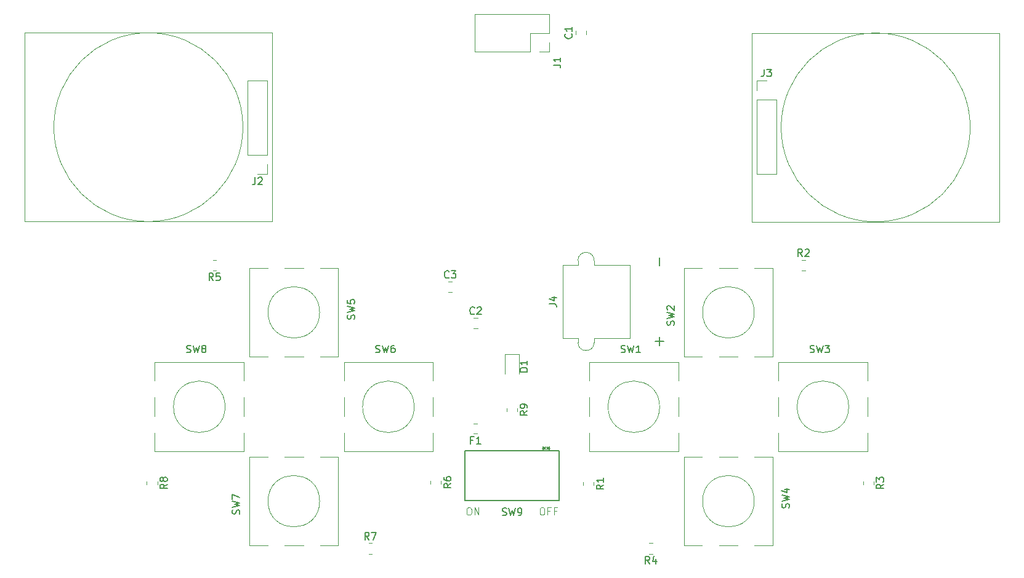
<source format=gbr>
%TF.GenerationSoftware,KiCad,Pcbnew,9.0.2*%
%TF.CreationDate,2025-08-18T15:30:27-04:00*%
%TF.ProjectId,Controller_Simple,436f6e74-726f-46c6-9c65-725f53696d70,rev?*%
%TF.SameCoordinates,Original*%
%TF.FileFunction,Legend,Top*%
%TF.FilePolarity,Positive*%
%FSLAX46Y46*%
G04 Gerber Fmt 4.6, Leading zero omitted, Abs format (unit mm)*
G04 Created by KiCad (PCBNEW 9.0.2) date 2025-08-18 15:30:27*
%MOMM*%
%LPD*%
G01*
G04 APERTURE LIST*
%ADD10C,0.100000*%
%ADD11C,0.125000*%
%ADD12C,0.150000*%
%ADD13C,0.120000*%
%ADD14C,0.152400*%
G04 APERTURE END LIST*
D10*
X103994360Y-91872419D02*
X104184836Y-91872419D01*
X104184836Y-91872419D02*
X104280074Y-91920038D01*
X104280074Y-91920038D02*
X104375312Y-92015276D01*
X104375312Y-92015276D02*
X104422931Y-92205752D01*
X104422931Y-92205752D02*
X104422931Y-92539085D01*
X104422931Y-92539085D02*
X104375312Y-92729561D01*
X104375312Y-92729561D02*
X104280074Y-92824800D01*
X104280074Y-92824800D02*
X104184836Y-92872419D01*
X104184836Y-92872419D02*
X103994360Y-92872419D01*
X103994360Y-92872419D02*
X103899122Y-92824800D01*
X103899122Y-92824800D02*
X103803884Y-92729561D01*
X103803884Y-92729561D02*
X103756265Y-92539085D01*
X103756265Y-92539085D02*
X103756265Y-92205752D01*
X103756265Y-92205752D02*
X103803884Y-92015276D01*
X103803884Y-92015276D02*
X103899122Y-91920038D01*
X103899122Y-91920038D02*
X103994360Y-91872419D01*
X104851503Y-92872419D02*
X104851503Y-91872419D01*
X104851503Y-91872419D02*
X105422931Y-92872419D01*
X105422931Y-92872419D02*
X105422931Y-91872419D01*
D11*
X114047619Y-91871119D02*
X114238095Y-91871119D01*
X114238095Y-91871119D02*
X114333333Y-91918738D01*
X114333333Y-91918738D02*
X114428571Y-92013976D01*
X114428571Y-92013976D02*
X114476190Y-92204452D01*
X114476190Y-92204452D02*
X114476190Y-92537785D01*
X114476190Y-92537785D02*
X114428571Y-92728261D01*
X114428571Y-92728261D02*
X114333333Y-92823500D01*
X114333333Y-92823500D02*
X114238095Y-92871119D01*
X114238095Y-92871119D02*
X114047619Y-92871119D01*
X114047619Y-92871119D02*
X113952381Y-92823500D01*
X113952381Y-92823500D02*
X113857143Y-92728261D01*
X113857143Y-92728261D02*
X113809524Y-92537785D01*
X113809524Y-92537785D02*
X113809524Y-92204452D01*
X113809524Y-92204452D02*
X113857143Y-92013976D01*
X113857143Y-92013976D02*
X113952381Y-91918738D01*
X113952381Y-91918738D02*
X114047619Y-91871119D01*
X115238095Y-92347309D02*
X114904762Y-92347309D01*
X114904762Y-92871119D02*
X114904762Y-91871119D01*
X114904762Y-91871119D02*
X115380952Y-91871119D01*
X116095238Y-92347309D02*
X115761905Y-92347309D01*
X115761905Y-92871119D02*
X115761905Y-91871119D01*
X115761905Y-91871119D02*
X116238095Y-91871119D01*
D12*
X62604819Y-88666666D02*
X62128628Y-88999999D01*
X62604819Y-89238094D02*
X61604819Y-89238094D01*
X61604819Y-89238094D02*
X61604819Y-88857142D01*
X61604819Y-88857142D02*
X61652438Y-88761904D01*
X61652438Y-88761904D02*
X61700057Y-88714285D01*
X61700057Y-88714285D02*
X61795295Y-88666666D01*
X61795295Y-88666666D02*
X61938152Y-88666666D01*
X61938152Y-88666666D02*
X62033390Y-88714285D01*
X62033390Y-88714285D02*
X62081009Y-88761904D01*
X62081009Y-88761904D02*
X62128628Y-88857142D01*
X62128628Y-88857142D02*
X62128628Y-89238094D01*
X62033390Y-88095237D02*
X61985771Y-88190475D01*
X61985771Y-88190475D02*
X61938152Y-88238094D01*
X61938152Y-88238094D02*
X61842914Y-88285713D01*
X61842914Y-88285713D02*
X61795295Y-88285713D01*
X61795295Y-88285713D02*
X61700057Y-88238094D01*
X61700057Y-88238094D02*
X61652438Y-88190475D01*
X61652438Y-88190475D02*
X61604819Y-88095237D01*
X61604819Y-88095237D02*
X61604819Y-87904761D01*
X61604819Y-87904761D02*
X61652438Y-87809523D01*
X61652438Y-87809523D02*
X61700057Y-87761904D01*
X61700057Y-87761904D02*
X61795295Y-87714285D01*
X61795295Y-87714285D02*
X61842914Y-87714285D01*
X61842914Y-87714285D02*
X61938152Y-87761904D01*
X61938152Y-87761904D02*
X61985771Y-87809523D01*
X61985771Y-87809523D02*
X62033390Y-87904761D01*
X62033390Y-87904761D02*
X62033390Y-88095237D01*
X62033390Y-88095237D02*
X62081009Y-88190475D01*
X62081009Y-88190475D02*
X62128628Y-88238094D01*
X62128628Y-88238094D02*
X62223866Y-88285713D01*
X62223866Y-88285713D02*
X62414342Y-88285713D01*
X62414342Y-88285713D02*
X62509580Y-88238094D01*
X62509580Y-88238094D02*
X62557200Y-88190475D01*
X62557200Y-88190475D02*
X62604819Y-88095237D01*
X62604819Y-88095237D02*
X62604819Y-87904761D01*
X62604819Y-87904761D02*
X62557200Y-87809523D01*
X62557200Y-87809523D02*
X62509580Y-87761904D01*
X62509580Y-87761904D02*
X62414342Y-87714285D01*
X62414342Y-87714285D02*
X62223866Y-87714285D01*
X62223866Y-87714285D02*
X62128628Y-87761904D01*
X62128628Y-87761904D02*
X62081009Y-87809523D01*
X62081009Y-87809523D02*
X62033390Y-87904761D01*
X88317200Y-65913332D02*
X88364819Y-65770475D01*
X88364819Y-65770475D02*
X88364819Y-65532380D01*
X88364819Y-65532380D02*
X88317200Y-65437142D01*
X88317200Y-65437142D02*
X88269580Y-65389523D01*
X88269580Y-65389523D02*
X88174342Y-65341904D01*
X88174342Y-65341904D02*
X88079104Y-65341904D01*
X88079104Y-65341904D02*
X87983866Y-65389523D01*
X87983866Y-65389523D02*
X87936247Y-65437142D01*
X87936247Y-65437142D02*
X87888628Y-65532380D01*
X87888628Y-65532380D02*
X87841009Y-65722856D01*
X87841009Y-65722856D02*
X87793390Y-65818094D01*
X87793390Y-65818094D02*
X87745771Y-65865713D01*
X87745771Y-65865713D02*
X87650533Y-65913332D01*
X87650533Y-65913332D02*
X87555295Y-65913332D01*
X87555295Y-65913332D02*
X87460057Y-65865713D01*
X87460057Y-65865713D02*
X87412438Y-65818094D01*
X87412438Y-65818094D02*
X87364819Y-65722856D01*
X87364819Y-65722856D02*
X87364819Y-65484761D01*
X87364819Y-65484761D02*
X87412438Y-65341904D01*
X87364819Y-65008570D02*
X88364819Y-64770475D01*
X88364819Y-64770475D02*
X87650533Y-64579999D01*
X87650533Y-64579999D02*
X88364819Y-64389523D01*
X88364819Y-64389523D02*
X87364819Y-64151428D01*
X87364819Y-63294285D02*
X87364819Y-63770475D01*
X87364819Y-63770475D02*
X87841009Y-63818094D01*
X87841009Y-63818094D02*
X87793390Y-63770475D01*
X87793390Y-63770475D02*
X87745771Y-63675237D01*
X87745771Y-63675237D02*
X87745771Y-63437142D01*
X87745771Y-63437142D02*
X87793390Y-63341904D01*
X87793390Y-63341904D02*
X87841009Y-63294285D01*
X87841009Y-63294285D02*
X87936247Y-63246666D01*
X87936247Y-63246666D02*
X88174342Y-63246666D01*
X88174342Y-63246666D02*
X88269580Y-63294285D01*
X88269580Y-63294285D02*
X88317200Y-63341904D01*
X88317200Y-63341904D02*
X88364819Y-63437142D01*
X88364819Y-63437142D02*
X88364819Y-63675237D01*
X88364819Y-63675237D02*
X88317200Y-63770475D01*
X88317200Y-63770475D02*
X88269580Y-63818094D01*
X128920833Y-99604819D02*
X128587500Y-99128628D01*
X128349405Y-99604819D02*
X128349405Y-98604819D01*
X128349405Y-98604819D02*
X128730357Y-98604819D01*
X128730357Y-98604819D02*
X128825595Y-98652438D01*
X128825595Y-98652438D02*
X128873214Y-98700057D01*
X128873214Y-98700057D02*
X128920833Y-98795295D01*
X128920833Y-98795295D02*
X128920833Y-98938152D01*
X128920833Y-98938152D02*
X128873214Y-99033390D01*
X128873214Y-99033390D02*
X128825595Y-99081009D01*
X128825595Y-99081009D02*
X128730357Y-99128628D01*
X128730357Y-99128628D02*
X128349405Y-99128628D01*
X129777976Y-98938152D02*
X129777976Y-99604819D01*
X129539881Y-98557200D02*
X129301786Y-99271485D01*
X129301786Y-99271485D02*
X129920833Y-99271485D01*
X148067200Y-91913332D02*
X148114819Y-91770475D01*
X148114819Y-91770475D02*
X148114819Y-91532380D01*
X148114819Y-91532380D02*
X148067200Y-91437142D01*
X148067200Y-91437142D02*
X148019580Y-91389523D01*
X148019580Y-91389523D02*
X147924342Y-91341904D01*
X147924342Y-91341904D02*
X147829104Y-91341904D01*
X147829104Y-91341904D02*
X147733866Y-91389523D01*
X147733866Y-91389523D02*
X147686247Y-91437142D01*
X147686247Y-91437142D02*
X147638628Y-91532380D01*
X147638628Y-91532380D02*
X147591009Y-91722856D01*
X147591009Y-91722856D02*
X147543390Y-91818094D01*
X147543390Y-91818094D02*
X147495771Y-91865713D01*
X147495771Y-91865713D02*
X147400533Y-91913332D01*
X147400533Y-91913332D02*
X147305295Y-91913332D01*
X147305295Y-91913332D02*
X147210057Y-91865713D01*
X147210057Y-91865713D02*
X147162438Y-91818094D01*
X147162438Y-91818094D02*
X147114819Y-91722856D01*
X147114819Y-91722856D02*
X147114819Y-91484761D01*
X147114819Y-91484761D02*
X147162438Y-91341904D01*
X147114819Y-91008570D02*
X148114819Y-90770475D01*
X148114819Y-90770475D02*
X147400533Y-90579999D01*
X147400533Y-90579999D02*
X148114819Y-90389523D01*
X148114819Y-90389523D02*
X147114819Y-90151428D01*
X147448152Y-89341904D02*
X148114819Y-89341904D01*
X147067200Y-89579999D02*
X147781485Y-89818094D01*
X147781485Y-89818094D02*
X147781485Y-89199047D01*
X65246667Y-70497200D02*
X65389524Y-70544819D01*
X65389524Y-70544819D02*
X65627619Y-70544819D01*
X65627619Y-70544819D02*
X65722857Y-70497200D01*
X65722857Y-70497200D02*
X65770476Y-70449580D01*
X65770476Y-70449580D02*
X65818095Y-70354342D01*
X65818095Y-70354342D02*
X65818095Y-70259104D01*
X65818095Y-70259104D02*
X65770476Y-70163866D01*
X65770476Y-70163866D02*
X65722857Y-70116247D01*
X65722857Y-70116247D02*
X65627619Y-70068628D01*
X65627619Y-70068628D02*
X65437143Y-70021009D01*
X65437143Y-70021009D02*
X65341905Y-69973390D01*
X65341905Y-69973390D02*
X65294286Y-69925771D01*
X65294286Y-69925771D02*
X65246667Y-69830533D01*
X65246667Y-69830533D02*
X65246667Y-69735295D01*
X65246667Y-69735295D02*
X65294286Y-69640057D01*
X65294286Y-69640057D02*
X65341905Y-69592438D01*
X65341905Y-69592438D02*
X65437143Y-69544819D01*
X65437143Y-69544819D02*
X65675238Y-69544819D01*
X65675238Y-69544819D02*
X65818095Y-69592438D01*
X66151429Y-69544819D02*
X66389524Y-70544819D01*
X66389524Y-70544819D02*
X66580000Y-69830533D01*
X66580000Y-69830533D02*
X66770476Y-70544819D01*
X66770476Y-70544819D02*
X67008572Y-69544819D01*
X67532381Y-69973390D02*
X67437143Y-69925771D01*
X67437143Y-69925771D02*
X67389524Y-69878152D01*
X67389524Y-69878152D02*
X67341905Y-69782914D01*
X67341905Y-69782914D02*
X67341905Y-69735295D01*
X67341905Y-69735295D02*
X67389524Y-69640057D01*
X67389524Y-69640057D02*
X67437143Y-69592438D01*
X67437143Y-69592438D02*
X67532381Y-69544819D01*
X67532381Y-69544819D02*
X67722857Y-69544819D01*
X67722857Y-69544819D02*
X67818095Y-69592438D01*
X67818095Y-69592438D02*
X67865714Y-69640057D01*
X67865714Y-69640057D02*
X67913333Y-69735295D01*
X67913333Y-69735295D02*
X67913333Y-69782914D01*
X67913333Y-69782914D02*
X67865714Y-69878152D01*
X67865714Y-69878152D02*
X67818095Y-69925771D01*
X67818095Y-69925771D02*
X67722857Y-69973390D01*
X67722857Y-69973390D02*
X67532381Y-69973390D01*
X67532381Y-69973390D02*
X67437143Y-70021009D01*
X67437143Y-70021009D02*
X67389524Y-70068628D01*
X67389524Y-70068628D02*
X67341905Y-70163866D01*
X67341905Y-70163866D02*
X67341905Y-70354342D01*
X67341905Y-70354342D02*
X67389524Y-70449580D01*
X67389524Y-70449580D02*
X67437143Y-70497200D01*
X67437143Y-70497200D02*
X67532381Y-70544819D01*
X67532381Y-70544819D02*
X67722857Y-70544819D01*
X67722857Y-70544819D02*
X67818095Y-70497200D01*
X67818095Y-70497200D02*
X67865714Y-70449580D01*
X67865714Y-70449580D02*
X67913333Y-70354342D01*
X67913333Y-70354342D02*
X67913333Y-70163866D01*
X67913333Y-70163866D02*
X67865714Y-70068628D01*
X67865714Y-70068628D02*
X67818095Y-70021009D01*
X67818095Y-70021009D02*
X67722857Y-69973390D01*
X104833333Y-65179580D02*
X104785714Y-65227200D01*
X104785714Y-65227200D02*
X104642857Y-65274819D01*
X104642857Y-65274819D02*
X104547619Y-65274819D01*
X104547619Y-65274819D02*
X104404762Y-65227200D01*
X104404762Y-65227200D02*
X104309524Y-65131961D01*
X104309524Y-65131961D02*
X104261905Y-65036723D01*
X104261905Y-65036723D02*
X104214286Y-64846247D01*
X104214286Y-64846247D02*
X104214286Y-64703390D01*
X104214286Y-64703390D02*
X104261905Y-64512914D01*
X104261905Y-64512914D02*
X104309524Y-64417676D01*
X104309524Y-64417676D02*
X104404762Y-64322438D01*
X104404762Y-64322438D02*
X104547619Y-64274819D01*
X104547619Y-64274819D02*
X104642857Y-64274819D01*
X104642857Y-64274819D02*
X104785714Y-64322438D01*
X104785714Y-64322438D02*
X104833333Y-64370057D01*
X105214286Y-64370057D02*
X105261905Y-64322438D01*
X105261905Y-64322438D02*
X105357143Y-64274819D01*
X105357143Y-64274819D02*
X105595238Y-64274819D01*
X105595238Y-64274819D02*
X105690476Y-64322438D01*
X105690476Y-64322438D02*
X105738095Y-64370057D01*
X105738095Y-64370057D02*
X105785714Y-64465295D01*
X105785714Y-64465295D02*
X105785714Y-64560533D01*
X105785714Y-64560533D02*
X105738095Y-64703390D01*
X105738095Y-64703390D02*
X105166667Y-65274819D01*
X105166667Y-65274819D02*
X105785714Y-65274819D01*
X101333333Y-60179580D02*
X101285714Y-60227200D01*
X101285714Y-60227200D02*
X101142857Y-60274819D01*
X101142857Y-60274819D02*
X101047619Y-60274819D01*
X101047619Y-60274819D02*
X100904762Y-60227200D01*
X100904762Y-60227200D02*
X100809524Y-60131961D01*
X100809524Y-60131961D02*
X100761905Y-60036723D01*
X100761905Y-60036723D02*
X100714286Y-59846247D01*
X100714286Y-59846247D02*
X100714286Y-59703390D01*
X100714286Y-59703390D02*
X100761905Y-59512914D01*
X100761905Y-59512914D02*
X100809524Y-59417676D01*
X100809524Y-59417676D02*
X100904762Y-59322438D01*
X100904762Y-59322438D02*
X101047619Y-59274819D01*
X101047619Y-59274819D02*
X101142857Y-59274819D01*
X101142857Y-59274819D02*
X101285714Y-59322438D01*
X101285714Y-59322438D02*
X101333333Y-59370057D01*
X101666667Y-59274819D02*
X102285714Y-59274819D01*
X102285714Y-59274819D02*
X101952381Y-59655771D01*
X101952381Y-59655771D02*
X102095238Y-59655771D01*
X102095238Y-59655771D02*
X102190476Y-59703390D01*
X102190476Y-59703390D02*
X102238095Y-59751009D01*
X102238095Y-59751009D02*
X102285714Y-59846247D01*
X102285714Y-59846247D02*
X102285714Y-60084342D01*
X102285714Y-60084342D02*
X102238095Y-60179580D01*
X102238095Y-60179580D02*
X102190476Y-60227200D01*
X102190476Y-60227200D02*
X102095238Y-60274819D01*
X102095238Y-60274819D02*
X101809524Y-60274819D01*
X101809524Y-60274819D02*
X101714286Y-60227200D01*
X101714286Y-60227200D02*
X101666667Y-60179580D01*
X91246667Y-70497200D02*
X91389524Y-70544819D01*
X91389524Y-70544819D02*
X91627619Y-70544819D01*
X91627619Y-70544819D02*
X91722857Y-70497200D01*
X91722857Y-70497200D02*
X91770476Y-70449580D01*
X91770476Y-70449580D02*
X91818095Y-70354342D01*
X91818095Y-70354342D02*
X91818095Y-70259104D01*
X91818095Y-70259104D02*
X91770476Y-70163866D01*
X91770476Y-70163866D02*
X91722857Y-70116247D01*
X91722857Y-70116247D02*
X91627619Y-70068628D01*
X91627619Y-70068628D02*
X91437143Y-70021009D01*
X91437143Y-70021009D02*
X91341905Y-69973390D01*
X91341905Y-69973390D02*
X91294286Y-69925771D01*
X91294286Y-69925771D02*
X91246667Y-69830533D01*
X91246667Y-69830533D02*
X91246667Y-69735295D01*
X91246667Y-69735295D02*
X91294286Y-69640057D01*
X91294286Y-69640057D02*
X91341905Y-69592438D01*
X91341905Y-69592438D02*
X91437143Y-69544819D01*
X91437143Y-69544819D02*
X91675238Y-69544819D01*
X91675238Y-69544819D02*
X91818095Y-69592438D01*
X92151429Y-69544819D02*
X92389524Y-70544819D01*
X92389524Y-70544819D02*
X92580000Y-69830533D01*
X92580000Y-69830533D02*
X92770476Y-70544819D01*
X92770476Y-70544819D02*
X93008572Y-69544819D01*
X93818095Y-69544819D02*
X93627619Y-69544819D01*
X93627619Y-69544819D02*
X93532381Y-69592438D01*
X93532381Y-69592438D02*
X93484762Y-69640057D01*
X93484762Y-69640057D02*
X93389524Y-69782914D01*
X93389524Y-69782914D02*
X93341905Y-69973390D01*
X93341905Y-69973390D02*
X93341905Y-70354342D01*
X93341905Y-70354342D02*
X93389524Y-70449580D01*
X93389524Y-70449580D02*
X93437143Y-70497200D01*
X93437143Y-70497200D02*
X93532381Y-70544819D01*
X93532381Y-70544819D02*
X93722857Y-70544819D01*
X93722857Y-70544819D02*
X93818095Y-70497200D01*
X93818095Y-70497200D02*
X93865714Y-70449580D01*
X93865714Y-70449580D02*
X93913333Y-70354342D01*
X93913333Y-70354342D02*
X93913333Y-70116247D01*
X93913333Y-70116247D02*
X93865714Y-70021009D01*
X93865714Y-70021009D02*
X93818095Y-69973390D01*
X93818095Y-69973390D02*
X93722857Y-69925771D01*
X93722857Y-69925771D02*
X93532381Y-69925771D01*
X93532381Y-69925771D02*
X93437143Y-69973390D01*
X93437143Y-69973390D02*
X93389524Y-70021009D01*
X93389524Y-70021009D02*
X93341905Y-70116247D01*
X132247200Y-66753332D02*
X132294819Y-66610475D01*
X132294819Y-66610475D02*
X132294819Y-66372380D01*
X132294819Y-66372380D02*
X132247200Y-66277142D01*
X132247200Y-66277142D02*
X132199580Y-66229523D01*
X132199580Y-66229523D02*
X132104342Y-66181904D01*
X132104342Y-66181904D02*
X132009104Y-66181904D01*
X132009104Y-66181904D02*
X131913866Y-66229523D01*
X131913866Y-66229523D02*
X131866247Y-66277142D01*
X131866247Y-66277142D02*
X131818628Y-66372380D01*
X131818628Y-66372380D02*
X131771009Y-66562856D01*
X131771009Y-66562856D02*
X131723390Y-66658094D01*
X131723390Y-66658094D02*
X131675771Y-66705713D01*
X131675771Y-66705713D02*
X131580533Y-66753332D01*
X131580533Y-66753332D02*
X131485295Y-66753332D01*
X131485295Y-66753332D02*
X131390057Y-66705713D01*
X131390057Y-66705713D02*
X131342438Y-66658094D01*
X131342438Y-66658094D02*
X131294819Y-66562856D01*
X131294819Y-66562856D02*
X131294819Y-66324761D01*
X131294819Y-66324761D02*
X131342438Y-66181904D01*
X131294819Y-65848570D02*
X132294819Y-65610475D01*
X132294819Y-65610475D02*
X131580533Y-65419999D01*
X131580533Y-65419999D02*
X132294819Y-65229523D01*
X132294819Y-65229523D02*
X131294819Y-64991428D01*
X131390057Y-64658094D02*
X131342438Y-64610475D01*
X131342438Y-64610475D02*
X131294819Y-64515237D01*
X131294819Y-64515237D02*
X131294819Y-64277142D01*
X131294819Y-64277142D02*
X131342438Y-64181904D01*
X131342438Y-64181904D02*
X131390057Y-64134285D01*
X131390057Y-64134285D02*
X131485295Y-64086666D01*
X131485295Y-64086666D02*
X131580533Y-64086666D01*
X131580533Y-64086666D02*
X131723390Y-64134285D01*
X131723390Y-64134285D02*
X132294819Y-64705713D01*
X132294819Y-64705713D02*
X132294819Y-64086666D01*
X118179580Y-26666666D02*
X118227200Y-26714285D01*
X118227200Y-26714285D02*
X118274819Y-26857142D01*
X118274819Y-26857142D02*
X118274819Y-26952380D01*
X118274819Y-26952380D02*
X118227200Y-27095237D01*
X118227200Y-27095237D02*
X118131961Y-27190475D01*
X118131961Y-27190475D02*
X118036723Y-27238094D01*
X118036723Y-27238094D02*
X117846247Y-27285713D01*
X117846247Y-27285713D02*
X117703390Y-27285713D01*
X117703390Y-27285713D02*
X117512914Y-27238094D01*
X117512914Y-27238094D02*
X117417676Y-27190475D01*
X117417676Y-27190475D02*
X117322438Y-27095237D01*
X117322438Y-27095237D02*
X117274819Y-26952380D01*
X117274819Y-26952380D02*
X117274819Y-26857142D01*
X117274819Y-26857142D02*
X117322438Y-26714285D01*
X117322438Y-26714285D02*
X117370057Y-26666666D01*
X118274819Y-25714285D02*
X118274819Y-26285713D01*
X118274819Y-25999999D02*
X117274819Y-25999999D01*
X117274819Y-25999999D02*
X117417676Y-26095237D01*
X117417676Y-26095237D02*
X117512914Y-26190475D01*
X117512914Y-26190475D02*
X117560533Y-26285713D01*
X122604819Y-88754166D02*
X122128628Y-89087499D01*
X122604819Y-89325594D02*
X121604819Y-89325594D01*
X121604819Y-89325594D02*
X121604819Y-88944642D01*
X121604819Y-88944642D02*
X121652438Y-88849404D01*
X121652438Y-88849404D02*
X121700057Y-88801785D01*
X121700057Y-88801785D02*
X121795295Y-88754166D01*
X121795295Y-88754166D02*
X121938152Y-88754166D01*
X121938152Y-88754166D02*
X122033390Y-88801785D01*
X122033390Y-88801785D02*
X122081009Y-88849404D01*
X122081009Y-88849404D02*
X122128628Y-88944642D01*
X122128628Y-88944642D02*
X122128628Y-89325594D01*
X122604819Y-87801785D02*
X122604819Y-88373213D01*
X122604819Y-88087499D02*
X121604819Y-88087499D01*
X121604819Y-88087499D02*
X121747676Y-88182737D01*
X121747676Y-88182737D02*
X121842914Y-88277975D01*
X121842914Y-88277975D02*
X121890533Y-88373213D01*
X161104819Y-88666666D02*
X160628628Y-88999999D01*
X161104819Y-89238094D02*
X160104819Y-89238094D01*
X160104819Y-89238094D02*
X160104819Y-88857142D01*
X160104819Y-88857142D02*
X160152438Y-88761904D01*
X160152438Y-88761904D02*
X160200057Y-88714285D01*
X160200057Y-88714285D02*
X160295295Y-88666666D01*
X160295295Y-88666666D02*
X160438152Y-88666666D01*
X160438152Y-88666666D02*
X160533390Y-88714285D01*
X160533390Y-88714285D02*
X160581009Y-88761904D01*
X160581009Y-88761904D02*
X160628628Y-88857142D01*
X160628628Y-88857142D02*
X160628628Y-89238094D01*
X160104819Y-88333332D02*
X160104819Y-87714285D01*
X160104819Y-87714285D02*
X160485771Y-88047618D01*
X160485771Y-88047618D02*
X160485771Y-87904761D01*
X160485771Y-87904761D02*
X160533390Y-87809523D01*
X160533390Y-87809523D02*
X160581009Y-87761904D01*
X160581009Y-87761904D02*
X160676247Y-87714285D01*
X160676247Y-87714285D02*
X160914342Y-87714285D01*
X160914342Y-87714285D02*
X161009580Y-87761904D01*
X161009580Y-87761904D02*
X161057200Y-87809523D01*
X161057200Y-87809523D02*
X161104819Y-87904761D01*
X161104819Y-87904761D02*
X161104819Y-88190475D01*
X161104819Y-88190475D02*
X161057200Y-88285713D01*
X161057200Y-88285713D02*
X161009580Y-88333332D01*
X115129819Y-63833333D02*
X115844104Y-63833333D01*
X115844104Y-63833333D02*
X115986961Y-63880952D01*
X115986961Y-63880952D02*
X116082200Y-63976190D01*
X116082200Y-63976190D02*
X116129819Y-64119047D01*
X116129819Y-64119047D02*
X116129819Y-64214285D01*
X115463152Y-62928571D02*
X116129819Y-62928571D01*
X115082200Y-63166666D02*
X115796485Y-63404761D01*
X115796485Y-63404761D02*
X115796485Y-62785714D01*
X130289700Y-69571428D02*
X130289700Y-68428571D01*
X130861128Y-68999999D02*
X129718271Y-68999999D01*
X130289700Y-58571428D02*
X130289700Y-57428571D01*
X112104819Y-73175594D02*
X111104819Y-73175594D01*
X111104819Y-73175594D02*
X111104819Y-72937499D01*
X111104819Y-72937499D02*
X111152438Y-72794642D01*
X111152438Y-72794642D02*
X111247676Y-72699404D01*
X111247676Y-72699404D02*
X111342914Y-72651785D01*
X111342914Y-72651785D02*
X111533390Y-72604166D01*
X111533390Y-72604166D02*
X111676247Y-72604166D01*
X111676247Y-72604166D02*
X111866723Y-72651785D01*
X111866723Y-72651785D02*
X111961961Y-72699404D01*
X111961961Y-72699404D02*
X112057200Y-72794642D01*
X112057200Y-72794642D02*
X112104819Y-72937499D01*
X112104819Y-72937499D02*
X112104819Y-73175594D01*
X112104819Y-71651785D02*
X112104819Y-72223213D01*
X112104819Y-71937499D02*
X111104819Y-71937499D01*
X111104819Y-71937499D02*
X111247676Y-72032737D01*
X111247676Y-72032737D02*
X111342914Y-72127975D01*
X111342914Y-72127975D02*
X111390533Y-72223213D01*
X68920833Y-60604819D02*
X68587500Y-60128628D01*
X68349405Y-60604819D02*
X68349405Y-59604819D01*
X68349405Y-59604819D02*
X68730357Y-59604819D01*
X68730357Y-59604819D02*
X68825595Y-59652438D01*
X68825595Y-59652438D02*
X68873214Y-59700057D01*
X68873214Y-59700057D02*
X68920833Y-59795295D01*
X68920833Y-59795295D02*
X68920833Y-59938152D01*
X68920833Y-59938152D02*
X68873214Y-60033390D01*
X68873214Y-60033390D02*
X68825595Y-60081009D01*
X68825595Y-60081009D02*
X68730357Y-60128628D01*
X68730357Y-60128628D02*
X68349405Y-60128628D01*
X69825595Y-59604819D02*
X69349405Y-59604819D01*
X69349405Y-59604819D02*
X69301786Y-60081009D01*
X69301786Y-60081009D02*
X69349405Y-60033390D01*
X69349405Y-60033390D02*
X69444643Y-59985771D01*
X69444643Y-59985771D02*
X69682738Y-59985771D01*
X69682738Y-59985771D02*
X69777976Y-60033390D01*
X69777976Y-60033390D02*
X69825595Y-60081009D01*
X69825595Y-60081009D02*
X69873214Y-60176247D01*
X69873214Y-60176247D02*
X69873214Y-60414342D01*
X69873214Y-60414342D02*
X69825595Y-60509580D01*
X69825595Y-60509580D02*
X69777976Y-60557200D01*
X69777976Y-60557200D02*
X69682738Y-60604819D01*
X69682738Y-60604819D02*
X69444643Y-60604819D01*
X69444643Y-60604819D02*
X69349405Y-60557200D01*
X69349405Y-60557200D02*
X69301786Y-60509580D01*
X144666666Y-31524819D02*
X144666666Y-32239104D01*
X144666666Y-32239104D02*
X144619047Y-32381961D01*
X144619047Y-32381961D02*
X144523809Y-32477200D01*
X144523809Y-32477200D02*
X144380952Y-32524819D01*
X144380952Y-32524819D02*
X144285714Y-32524819D01*
X145047619Y-31524819D02*
X145666666Y-31524819D01*
X145666666Y-31524819D02*
X145333333Y-31905771D01*
X145333333Y-31905771D02*
X145476190Y-31905771D01*
X145476190Y-31905771D02*
X145571428Y-31953390D01*
X145571428Y-31953390D02*
X145619047Y-32001009D01*
X145619047Y-32001009D02*
X145666666Y-32096247D01*
X145666666Y-32096247D02*
X145666666Y-32334342D01*
X145666666Y-32334342D02*
X145619047Y-32429580D01*
X145619047Y-32429580D02*
X145571428Y-32477200D01*
X145571428Y-32477200D02*
X145476190Y-32524819D01*
X145476190Y-32524819D02*
X145190476Y-32524819D01*
X145190476Y-32524819D02*
X145095238Y-32477200D01*
X145095238Y-32477200D02*
X145047619Y-32429580D01*
X74666666Y-46414819D02*
X74666666Y-47129104D01*
X74666666Y-47129104D02*
X74619047Y-47271961D01*
X74619047Y-47271961D02*
X74523809Y-47367200D01*
X74523809Y-47367200D02*
X74380952Y-47414819D01*
X74380952Y-47414819D02*
X74285714Y-47414819D01*
X75095238Y-46510057D02*
X75142857Y-46462438D01*
X75142857Y-46462438D02*
X75238095Y-46414819D01*
X75238095Y-46414819D02*
X75476190Y-46414819D01*
X75476190Y-46414819D02*
X75571428Y-46462438D01*
X75571428Y-46462438D02*
X75619047Y-46510057D01*
X75619047Y-46510057D02*
X75666666Y-46605295D01*
X75666666Y-46605295D02*
X75666666Y-46700533D01*
X75666666Y-46700533D02*
X75619047Y-46843390D01*
X75619047Y-46843390D02*
X75047619Y-47414819D01*
X75047619Y-47414819D02*
X75666666Y-47414819D01*
X115674819Y-30923333D02*
X116389104Y-30923333D01*
X116389104Y-30923333D02*
X116531961Y-30970952D01*
X116531961Y-30970952D02*
X116627200Y-31066190D01*
X116627200Y-31066190D02*
X116674819Y-31209047D01*
X116674819Y-31209047D02*
X116674819Y-31304285D01*
X116674819Y-29923333D02*
X116674819Y-30494761D01*
X116674819Y-30209047D02*
X115674819Y-30209047D01*
X115674819Y-30209047D02*
X115817676Y-30304285D01*
X115817676Y-30304285D02*
X115912914Y-30399523D01*
X115912914Y-30399523D02*
X115960533Y-30494761D01*
X90333333Y-96304819D02*
X90000000Y-95828628D01*
X89761905Y-96304819D02*
X89761905Y-95304819D01*
X89761905Y-95304819D02*
X90142857Y-95304819D01*
X90142857Y-95304819D02*
X90238095Y-95352438D01*
X90238095Y-95352438D02*
X90285714Y-95400057D01*
X90285714Y-95400057D02*
X90333333Y-95495295D01*
X90333333Y-95495295D02*
X90333333Y-95638152D01*
X90333333Y-95638152D02*
X90285714Y-95733390D01*
X90285714Y-95733390D02*
X90238095Y-95781009D01*
X90238095Y-95781009D02*
X90142857Y-95828628D01*
X90142857Y-95828628D02*
X89761905Y-95828628D01*
X90666667Y-95304819D02*
X91333333Y-95304819D01*
X91333333Y-95304819D02*
X90904762Y-96304819D01*
X104641666Y-82581009D02*
X104308333Y-82581009D01*
X104308333Y-83104819D02*
X104308333Y-82104819D01*
X104308333Y-82104819D02*
X104784523Y-82104819D01*
X105689285Y-83104819D02*
X105117857Y-83104819D01*
X105403571Y-83104819D02*
X105403571Y-82104819D01*
X105403571Y-82104819D02*
X105308333Y-82247676D01*
X105308333Y-82247676D02*
X105213095Y-82342914D01*
X105213095Y-82342914D02*
X105117857Y-82390533D01*
X72497200Y-92753332D02*
X72544819Y-92610475D01*
X72544819Y-92610475D02*
X72544819Y-92372380D01*
X72544819Y-92372380D02*
X72497200Y-92277142D01*
X72497200Y-92277142D02*
X72449580Y-92229523D01*
X72449580Y-92229523D02*
X72354342Y-92181904D01*
X72354342Y-92181904D02*
X72259104Y-92181904D01*
X72259104Y-92181904D02*
X72163866Y-92229523D01*
X72163866Y-92229523D02*
X72116247Y-92277142D01*
X72116247Y-92277142D02*
X72068628Y-92372380D01*
X72068628Y-92372380D02*
X72021009Y-92562856D01*
X72021009Y-92562856D02*
X71973390Y-92658094D01*
X71973390Y-92658094D02*
X71925771Y-92705713D01*
X71925771Y-92705713D02*
X71830533Y-92753332D01*
X71830533Y-92753332D02*
X71735295Y-92753332D01*
X71735295Y-92753332D02*
X71640057Y-92705713D01*
X71640057Y-92705713D02*
X71592438Y-92658094D01*
X71592438Y-92658094D02*
X71544819Y-92562856D01*
X71544819Y-92562856D02*
X71544819Y-92324761D01*
X71544819Y-92324761D02*
X71592438Y-92181904D01*
X71544819Y-91848570D02*
X72544819Y-91610475D01*
X72544819Y-91610475D02*
X71830533Y-91419999D01*
X71830533Y-91419999D02*
X72544819Y-91229523D01*
X72544819Y-91229523D02*
X71544819Y-90991428D01*
X71544819Y-90705713D02*
X71544819Y-90039047D01*
X71544819Y-90039047D02*
X72544819Y-90467618D01*
X101604819Y-88579166D02*
X101128628Y-88912499D01*
X101604819Y-89150594D02*
X100604819Y-89150594D01*
X100604819Y-89150594D02*
X100604819Y-88769642D01*
X100604819Y-88769642D02*
X100652438Y-88674404D01*
X100652438Y-88674404D02*
X100700057Y-88626785D01*
X100700057Y-88626785D02*
X100795295Y-88579166D01*
X100795295Y-88579166D02*
X100938152Y-88579166D01*
X100938152Y-88579166D02*
X101033390Y-88626785D01*
X101033390Y-88626785D02*
X101081009Y-88674404D01*
X101081009Y-88674404D02*
X101128628Y-88769642D01*
X101128628Y-88769642D02*
X101128628Y-89150594D01*
X100604819Y-87722023D02*
X100604819Y-87912499D01*
X100604819Y-87912499D02*
X100652438Y-88007737D01*
X100652438Y-88007737D02*
X100700057Y-88055356D01*
X100700057Y-88055356D02*
X100842914Y-88150594D01*
X100842914Y-88150594D02*
X101033390Y-88198213D01*
X101033390Y-88198213D02*
X101414342Y-88198213D01*
X101414342Y-88198213D02*
X101509580Y-88150594D01*
X101509580Y-88150594D02*
X101557200Y-88102975D01*
X101557200Y-88102975D02*
X101604819Y-88007737D01*
X101604819Y-88007737D02*
X101604819Y-87817261D01*
X101604819Y-87817261D02*
X101557200Y-87722023D01*
X101557200Y-87722023D02*
X101509580Y-87674404D01*
X101509580Y-87674404D02*
X101414342Y-87626785D01*
X101414342Y-87626785D02*
X101176247Y-87626785D01*
X101176247Y-87626785D02*
X101081009Y-87674404D01*
X101081009Y-87674404D02*
X101033390Y-87722023D01*
X101033390Y-87722023D02*
X100985771Y-87817261D01*
X100985771Y-87817261D02*
X100985771Y-88007737D01*
X100985771Y-88007737D02*
X101033390Y-88102975D01*
X101033390Y-88102975D02*
X101081009Y-88150594D01*
X101081009Y-88150594D02*
X101176247Y-88198213D01*
X149920833Y-57304819D02*
X149587500Y-56828628D01*
X149349405Y-57304819D02*
X149349405Y-56304819D01*
X149349405Y-56304819D02*
X149730357Y-56304819D01*
X149730357Y-56304819D02*
X149825595Y-56352438D01*
X149825595Y-56352438D02*
X149873214Y-56400057D01*
X149873214Y-56400057D02*
X149920833Y-56495295D01*
X149920833Y-56495295D02*
X149920833Y-56638152D01*
X149920833Y-56638152D02*
X149873214Y-56733390D01*
X149873214Y-56733390D02*
X149825595Y-56781009D01*
X149825595Y-56781009D02*
X149730357Y-56828628D01*
X149730357Y-56828628D02*
X149349405Y-56828628D01*
X150301786Y-56400057D02*
X150349405Y-56352438D01*
X150349405Y-56352438D02*
X150444643Y-56304819D01*
X150444643Y-56304819D02*
X150682738Y-56304819D01*
X150682738Y-56304819D02*
X150777976Y-56352438D01*
X150777976Y-56352438D02*
X150825595Y-56400057D01*
X150825595Y-56400057D02*
X150873214Y-56495295D01*
X150873214Y-56495295D02*
X150873214Y-56590533D01*
X150873214Y-56590533D02*
X150825595Y-56733390D01*
X150825595Y-56733390D02*
X150254167Y-57304819D01*
X150254167Y-57304819D02*
X150873214Y-57304819D01*
X150996667Y-70497200D02*
X151139524Y-70544819D01*
X151139524Y-70544819D02*
X151377619Y-70544819D01*
X151377619Y-70544819D02*
X151472857Y-70497200D01*
X151472857Y-70497200D02*
X151520476Y-70449580D01*
X151520476Y-70449580D02*
X151568095Y-70354342D01*
X151568095Y-70354342D02*
X151568095Y-70259104D01*
X151568095Y-70259104D02*
X151520476Y-70163866D01*
X151520476Y-70163866D02*
X151472857Y-70116247D01*
X151472857Y-70116247D02*
X151377619Y-70068628D01*
X151377619Y-70068628D02*
X151187143Y-70021009D01*
X151187143Y-70021009D02*
X151091905Y-69973390D01*
X151091905Y-69973390D02*
X151044286Y-69925771D01*
X151044286Y-69925771D02*
X150996667Y-69830533D01*
X150996667Y-69830533D02*
X150996667Y-69735295D01*
X150996667Y-69735295D02*
X151044286Y-69640057D01*
X151044286Y-69640057D02*
X151091905Y-69592438D01*
X151091905Y-69592438D02*
X151187143Y-69544819D01*
X151187143Y-69544819D02*
X151425238Y-69544819D01*
X151425238Y-69544819D02*
X151568095Y-69592438D01*
X151901429Y-69544819D02*
X152139524Y-70544819D01*
X152139524Y-70544819D02*
X152330000Y-69830533D01*
X152330000Y-69830533D02*
X152520476Y-70544819D01*
X152520476Y-70544819D02*
X152758572Y-69544819D01*
X153044286Y-69544819D02*
X153663333Y-69544819D01*
X153663333Y-69544819D02*
X153330000Y-69925771D01*
X153330000Y-69925771D02*
X153472857Y-69925771D01*
X153472857Y-69925771D02*
X153568095Y-69973390D01*
X153568095Y-69973390D02*
X153615714Y-70021009D01*
X153615714Y-70021009D02*
X153663333Y-70116247D01*
X153663333Y-70116247D02*
X153663333Y-70354342D01*
X153663333Y-70354342D02*
X153615714Y-70449580D01*
X153615714Y-70449580D02*
X153568095Y-70497200D01*
X153568095Y-70497200D02*
X153472857Y-70544819D01*
X153472857Y-70544819D02*
X153187143Y-70544819D01*
X153187143Y-70544819D02*
X153091905Y-70497200D01*
X153091905Y-70497200D02*
X153044286Y-70449580D01*
X112104819Y-78579166D02*
X111628628Y-78912499D01*
X112104819Y-79150594D02*
X111104819Y-79150594D01*
X111104819Y-79150594D02*
X111104819Y-78769642D01*
X111104819Y-78769642D02*
X111152438Y-78674404D01*
X111152438Y-78674404D02*
X111200057Y-78626785D01*
X111200057Y-78626785D02*
X111295295Y-78579166D01*
X111295295Y-78579166D02*
X111438152Y-78579166D01*
X111438152Y-78579166D02*
X111533390Y-78626785D01*
X111533390Y-78626785D02*
X111581009Y-78674404D01*
X111581009Y-78674404D02*
X111628628Y-78769642D01*
X111628628Y-78769642D02*
X111628628Y-79150594D01*
X112104819Y-78102975D02*
X112104819Y-77912499D01*
X112104819Y-77912499D02*
X112057200Y-77817261D01*
X112057200Y-77817261D02*
X112009580Y-77769642D01*
X112009580Y-77769642D02*
X111866723Y-77674404D01*
X111866723Y-77674404D02*
X111676247Y-77626785D01*
X111676247Y-77626785D02*
X111295295Y-77626785D01*
X111295295Y-77626785D02*
X111200057Y-77674404D01*
X111200057Y-77674404D02*
X111152438Y-77722023D01*
X111152438Y-77722023D02*
X111104819Y-77817261D01*
X111104819Y-77817261D02*
X111104819Y-78007737D01*
X111104819Y-78007737D02*
X111152438Y-78102975D01*
X111152438Y-78102975D02*
X111200057Y-78150594D01*
X111200057Y-78150594D02*
X111295295Y-78198213D01*
X111295295Y-78198213D02*
X111533390Y-78198213D01*
X111533390Y-78198213D02*
X111628628Y-78150594D01*
X111628628Y-78150594D02*
X111676247Y-78102975D01*
X111676247Y-78102975D02*
X111723866Y-78007737D01*
X111723866Y-78007737D02*
X111723866Y-77817261D01*
X111723866Y-77817261D02*
X111676247Y-77722023D01*
X111676247Y-77722023D02*
X111628628Y-77674404D01*
X111628628Y-77674404D02*
X111533390Y-77626785D01*
X108666667Y-92907200D02*
X108809524Y-92954819D01*
X108809524Y-92954819D02*
X109047619Y-92954819D01*
X109047619Y-92954819D02*
X109142857Y-92907200D01*
X109142857Y-92907200D02*
X109190476Y-92859580D01*
X109190476Y-92859580D02*
X109238095Y-92764342D01*
X109238095Y-92764342D02*
X109238095Y-92669104D01*
X109238095Y-92669104D02*
X109190476Y-92573866D01*
X109190476Y-92573866D02*
X109142857Y-92526247D01*
X109142857Y-92526247D02*
X109047619Y-92478628D01*
X109047619Y-92478628D02*
X108857143Y-92431009D01*
X108857143Y-92431009D02*
X108761905Y-92383390D01*
X108761905Y-92383390D02*
X108714286Y-92335771D01*
X108714286Y-92335771D02*
X108666667Y-92240533D01*
X108666667Y-92240533D02*
X108666667Y-92145295D01*
X108666667Y-92145295D02*
X108714286Y-92050057D01*
X108714286Y-92050057D02*
X108761905Y-92002438D01*
X108761905Y-92002438D02*
X108857143Y-91954819D01*
X108857143Y-91954819D02*
X109095238Y-91954819D01*
X109095238Y-91954819D02*
X109238095Y-92002438D01*
X109571429Y-91954819D02*
X109809524Y-92954819D01*
X109809524Y-92954819D02*
X110000000Y-92240533D01*
X110000000Y-92240533D02*
X110190476Y-92954819D01*
X110190476Y-92954819D02*
X110428572Y-91954819D01*
X110857143Y-92954819D02*
X111047619Y-92954819D01*
X111047619Y-92954819D02*
X111142857Y-92907200D01*
X111142857Y-92907200D02*
X111190476Y-92859580D01*
X111190476Y-92859580D02*
X111285714Y-92716723D01*
X111285714Y-92716723D02*
X111333333Y-92526247D01*
X111333333Y-92526247D02*
X111333333Y-92145295D01*
X111333333Y-92145295D02*
X111285714Y-92050057D01*
X111285714Y-92050057D02*
X111238095Y-92002438D01*
X111238095Y-92002438D02*
X111142857Y-91954819D01*
X111142857Y-91954819D02*
X110952381Y-91954819D01*
X110952381Y-91954819D02*
X110857143Y-92002438D01*
X110857143Y-92002438D02*
X110809524Y-92050057D01*
X110809524Y-92050057D02*
X110761905Y-92145295D01*
X110761905Y-92145295D02*
X110761905Y-92383390D01*
X110761905Y-92383390D02*
X110809524Y-92478628D01*
X110809524Y-92478628D02*
X110857143Y-92526247D01*
X110857143Y-92526247D02*
X110952381Y-92573866D01*
X110952381Y-92573866D02*
X111142857Y-92573866D01*
X111142857Y-92573866D02*
X111238095Y-92526247D01*
X111238095Y-92526247D02*
X111285714Y-92478628D01*
X111285714Y-92478628D02*
X111333333Y-92383390D01*
X114153819Y-83689999D02*
X114391914Y-83689999D01*
X114296676Y-83928094D02*
X114391914Y-83689999D01*
X114391914Y-83689999D02*
X114296676Y-83451904D01*
X114582390Y-83832856D02*
X114391914Y-83689999D01*
X114391914Y-83689999D02*
X114582390Y-83547142D01*
X115244180Y-83690000D02*
X115006085Y-83690000D01*
X115101323Y-83451905D02*
X115006085Y-83690000D01*
X115006085Y-83690000D02*
X115101323Y-83928095D01*
X114815609Y-83547143D02*
X115006085Y-83690000D01*
X115006085Y-83690000D02*
X114815609Y-83832857D01*
X124996667Y-70497200D02*
X125139524Y-70544819D01*
X125139524Y-70544819D02*
X125377619Y-70544819D01*
X125377619Y-70544819D02*
X125472857Y-70497200D01*
X125472857Y-70497200D02*
X125520476Y-70449580D01*
X125520476Y-70449580D02*
X125568095Y-70354342D01*
X125568095Y-70354342D02*
X125568095Y-70259104D01*
X125568095Y-70259104D02*
X125520476Y-70163866D01*
X125520476Y-70163866D02*
X125472857Y-70116247D01*
X125472857Y-70116247D02*
X125377619Y-70068628D01*
X125377619Y-70068628D02*
X125187143Y-70021009D01*
X125187143Y-70021009D02*
X125091905Y-69973390D01*
X125091905Y-69973390D02*
X125044286Y-69925771D01*
X125044286Y-69925771D02*
X124996667Y-69830533D01*
X124996667Y-69830533D02*
X124996667Y-69735295D01*
X124996667Y-69735295D02*
X125044286Y-69640057D01*
X125044286Y-69640057D02*
X125091905Y-69592438D01*
X125091905Y-69592438D02*
X125187143Y-69544819D01*
X125187143Y-69544819D02*
X125425238Y-69544819D01*
X125425238Y-69544819D02*
X125568095Y-69592438D01*
X125901429Y-69544819D02*
X126139524Y-70544819D01*
X126139524Y-70544819D02*
X126330000Y-69830533D01*
X126330000Y-69830533D02*
X126520476Y-70544819D01*
X126520476Y-70544819D02*
X126758572Y-69544819D01*
X127663333Y-70544819D02*
X127091905Y-70544819D01*
X127377619Y-70544819D02*
X127377619Y-69544819D01*
X127377619Y-69544819D02*
X127282381Y-69687676D01*
X127282381Y-69687676D02*
X127187143Y-69782914D01*
X127187143Y-69782914D02*
X127091905Y-69830533D01*
D13*
%TO.C,R8*%
X59765000Y-88272936D02*
X59765000Y-88727064D01*
X61235000Y-88272936D02*
X61235000Y-88727064D01*
%TO.C,SW5*%
X73890000Y-71110000D02*
X73890000Y-58890000D01*
X76400000Y-58890000D02*
X73890000Y-58890000D01*
X76400000Y-71110000D02*
X73890000Y-71110000D01*
X81300000Y-58890000D02*
X78700000Y-58890000D01*
X81300000Y-71110000D02*
X78700000Y-71110000D01*
X86110000Y-58890000D02*
X83600000Y-58890000D01*
X86110000Y-58890000D02*
X86110000Y-71110000D01*
X86110000Y-71110000D02*
X83600000Y-71110000D01*
X83550000Y-65000000D02*
G75*
G02*
X76450000Y-65000000I-3550000J0D01*
G01*
X76450000Y-65000000D02*
G75*
G02*
X83550000Y-65000000I3550000J0D01*
G01*
%TO.C,R4*%
X129314564Y-96765000D02*
X128860436Y-96765000D01*
X129314564Y-98235000D02*
X128860436Y-98235000D01*
%TO.C,SW4*%
X133640000Y-97110000D02*
X133640000Y-84890000D01*
X136150000Y-84890000D02*
X133640000Y-84890000D01*
X136150000Y-97110000D02*
X133640000Y-97110000D01*
X141050000Y-84890000D02*
X138450000Y-84890000D01*
X141050000Y-97110000D02*
X138450000Y-97110000D01*
X145860000Y-84890000D02*
X143350000Y-84890000D01*
X145860000Y-84890000D02*
X145860000Y-97110000D01*
X145860000Y-97110000D02*
X143350000Y-97110000D01*
X143300000Y-91000000D02*
G75*
G02*
X136200000Y-91000000I-3550000J0D01*
G01*
X136200000Y-91000000D02*
G75*
G02*
X143300000Y-91000000I3550000J0D01*
G01*
%TO.C,SW8*%
X60890000Y-71890000D02*
X60890000Y-74400000D01*
X60890000Y-71890000D02*
X73110000Y-71890000D01*
X60890000Y-76700000D02*
X60890000Y-79300000D01*
X60890000Y-81600000D02*
X60890000Y-84110000D01*
X73110000Y-71890000D02*
X73110000Y-74400000D01*
X73110000Y-76700000D02*
X73110000Y-79300000D01*
X73110000Y-81600000D02*
X73110000Y-84110000D01*
X73110000Y-84110000D02*
X60890000Y-84110000D01*
X70550000Y-78000000D02*
G75*
G02*
X63450000Y-78000000I-3550000J0D01*
G01*
X63450000Y-78000000D02*
G75*
G02*
X70550000Y-78000000I3550000J0D01*
G01*
%TO.C,C2*%
X104738748Y-67235000D02*
X105261252Y-67235000D01*
X104738748Y-65765000D02*
X105261252Y-65765000D01*
%TO.C,C3*%
X101238748Y-60765000D02*
X101761252Y-60765000D01*
X101238748Y-62235000D02*
X101761252Y-62235000D01*
%TO.C,SW6*%
X86890000Y-71890000D02*
X86890000Y-74400000D01*
X86890000Y-71890000D02*
X99110000Y-71890000D01*
X86890000Y-76700000D02*
X86890000Y-79300000D01*
X86890000Y-81600000D02*
X86890000Y-84110000D01*
X99110000Y-71890000D02*
X99110000Y-74400000D01*
X99110000Y-76700000D02*
X99110000Y-79300000D01*
X99110000Y-81600000D02*
X99110000Y-84110000D01*
X99110000Y-84110000D02*
X86890000Y-84110000D01*
X96550000Y-78000000D02*
G75*
G02*
X89450000Y-78000000I-3550000J0D01*
G01*
X89450000Y-78000000D02*
G75*
G02*
X96550000Y-78000000I3550000J0D01*
G01*
%TO.C,SW2*%
X133640000Y-58890000D02*
X136150000Y-58890000D01*
X133640000Y-71110000D02*
X133640000Y-58890000D01*
X133640000Y-71110000D02*
X136150000Y-71110000D01*
X138450000Y-58890000D02*
X141050000Y-58890000D01*
X138450000Y-71110000D02*
X141050000Y-71110000D01*
X143350000Y-58890000D02*
X145860000Y-58890000D01*
X143350000Y-71110000D02*
X145860000Y-71110000D01*
X145860000Y-58890000D02*
X145860000Y-71110000D01*
X143300000Y-65000000D02*
G75*
G02*
X136200000Y-65000000I-3550000J0D01*
G01*
X136200000Y-65000000D02*
G75*
G02*
X143300000Y-65000000I3550000J0D01*
G01*
%TO.C,C1*%
X118765000Y-26761252D02*
X118765000Y-26238748D01*
X120235000Y-26761252D02*
X120235000Y-26238748D01*
%TO.C,R1*%
X119765000Y-88360436D02*
X119765000Y-88814564D01*
X121235000Y-88360436D02*
X121235000Y-88814564D01*
%TO.C,R3*%
X158265000Y-88272936D02*
X158265000Y-88727064D01*
X159735000Y-88272936D02*
X159735000Y-88727064D01*
%TO.C,J4*%
X116965000Y-58440000D02*
X119065000Y-58440000D01*
X116965000Y-68560000D02*
X116965000Y-58440000D01*
X116965000Y-68560000D02*
X119065000Y-68560000D01*
X119065000Y-58440000D02*
X119065000Y-57850000D01*
X119065000Y-69150000D02*
X119065000Y-68560000D01*
X121285000Y-58440000D02*
X121285000Y-57850000D01*
X121285000Y-58440000D02*
X126185000Y-58440000D01*
X121285000Y-68560000D02*
X126185000Y-68560000D01*
X121285000Y-69150000D02*
X121285000Y-68560000D01*
X126185000Y-68560000D02*
X126185000Y-58440000D01*
X119065000Y-57850000D02*
G75*
G02*
X121285000Y-57850000I1110000J0D01*
G01*
X121285000Y-69150000D02*
G75*
G02*
X119065000Y-69150000I-1110000J0D01*
G01*
%TO.C,D1*%
X109040000Y-70752500D02*
X109040000Y-73437500D01*
X110960000Y-70752500D02*
X109040000Y-70752500D01*
X110960000Y-73437500D02*
X110960000Y-70752500D01*
%TO.C,R5*%
X69314564Y-57765000D02*
X68860436Y-57765000D01*
X69314564Y-59235000D02*
X68860436Y-59235000D01*
%TO.C,J3*%
X143620000Y-33070000D02*
X145000000Y-33070000D01*
X143620000Y-34450000D02*
X143620000Y-33070000D01*
X143620000Y-35720000D02*
X143620000Y-45990000D01*
X143620000Y-35720000D02*
X146380000Y-35720000D01*
X143620000Y-45990000D02*
X146380000Y-45990000D01*
X146380000Y-35720000D02*
X146380000Y-45990000D01*
D10*
X143000000Y-26530000D02*
X177000000Y-26530000D01*
X177000000Y-52530000D01*
X143000000Y-52530000D01*
X143000000Y-26530000D01*
X173000000Y-39530000D02*
G75*
G02*
X147000000Y-39530000I-13000000J0D01*
G01*
X147000000Y-39530000D02*
G75*
G02*
X173000000Y-39530000I13000000J0D01*
G01*
D13*
%TO.C,J2*%
X73620000Y-43310000D02*
X73620000Y-33040000D01*
X76380000Y-33040000D02*
X73620000Y-33040000D01*
X76380000Y-43310000D02*
X73620000Y-43310000D01*
X76380000Y-43310000D02*
X76380000Y-33040000D01*
X76380000Y-44580000D02*
X76380000Y-45960000D01*
X76380000Y-45960000D02*
X75000000Y-45960000D01*
D10*
X77000000Y-52500000D02*
X43000000Y-52500000D01*
X43000000Y-26500000D01*
X77000000Y-26500000D01*
X77000000Y-52500000D01*
X73000000Y-39500000D02*
G75*
G02*
X47000000Y-39500000I-13000000J0D01*
G01*
X47000000Y-39500000D02*
G75*
G02*
X73000000Y-39500000I13000000J0D01*
G01*
D13*
%TO.C,J1*%
X104850000Y-23920000D02*
X104850000Y-29120000D01*
X112530000Y-26520000D02*
X112530000Y-29120000D01*
X112530000Y-29120000D02*
X104850000Y-29120000D01*
X115130000Y-23920000D02*
X104850000Y-23920000D01*
X115130000Y-23920000D02*
X115130000Y-26520000D01*
X115130000Y-26520000D02*
X112530000Y-26520000D01*
X115130000Y-27790000D02*
X115130000Y-29120000D01*
X115130000Y-29120000D02*
X113800000Y-29120000D01*
%TO.C,R7*%
X90272936Y-96765000D02*
X90727064Y-96765000D01*
X90272936Y-98235000D02*
X90727064Y-98235000D01*
%TO.C,F1*%
X105236252Y-80290000D02*
X104713748Y-80290000D01*
X105236252Y-81710000D02*
X104713748Y-81710000D01*
%TO.C,SW7*%
X73890000Y-84890000D02*
X76400000Y-84890000D01*
X73890000Y-97110000D02*
X73890000Y-84890000D01*
X73890000Y-97110000D02*
X76400000Y-97110000D01*
X78700000Y-84890000D02*
X81300000Y-84890000D01*
X78700000Y-97110000D02*
X81300000Y-97110000D01*
X83600000Y-84890000D02*
X86110000Y-84890000D01*
X83600000Y-97110000D02*
X86110000Y-97110000D01*
X86110000Y-84890000D02*
X86110000Y-97110000D01*
X83550000Y-91000000D02*
G75*
G02*
X76450000Y-91000000I-3550000J0D01*
G01*
X76450000Y-91000000D02*
G75*
G02*
X83550000Y-91000000I3550000J0D01*
G01*
%TO.C,R6*%
X98765000Y-88185436D02*
X98765000Y-88639564D01*
X100235000Y-88185436D02*
X100235000Y-88639564D01*
%TO.C,R2*%
X149860436Y-57765000D02*
X150314564Y-57765000D01*
X149860436Y-59235000D02*
X150314564Y-59235000D01*
%TO.C,SW3*%
X146640000Y-71890000D02*
X146640000Y-74400000D01*
X146640000Y-71890000D02*
X158860000Y-71890000D01*
X146640000Y-76700000D02*
X146640000Y-79300000D01*
X146640000Y-81600000D02*
X146640000Y-84110000D01*
X158860000Y-71890000D02*
X158860000Y-74400000D01*
X158860000Y-76700000D02*
X158860000Y-79300000D01*
X158860000Y-81600000D02*
X158860000Y-84110000D01*
X158860000Y-84110000D02*
X146640000Y-84110000D01*
X156300000Y-78000000D02*
G75*
G02*
X149200000Y-78000000I-3550000J0D01*
G01*
X149200000Y-78000000D02*
G75*
G02*
X156300000Y-78000000I3550000J0D01*
G01*
%TO.C,R9*%
X109265000Y-78185436D02*
X109265000Y-78639564D01*
X110735000Y-78185436D02*
X110735000Y-78639564D01*
D14*
%TO.C,SW9*%
X103523000Y-84071000D02*
X103523000Y-90929000D01*
X103523000Y-90929000D02*
X116477000Y-90929000D01*
X116477000Y-84071000D02*
X103523000Y-84071000D01*
X116477000Y-90929000D02*
X116477000Y-84071000D01*
D13*
%TO.C,SW1*%
X120640000Y-71890000D02*
X120640000Y-74400000D01*
X120640000Y-71890000D02*
X132860000Y-71890000D01*
X120640000Y-76700000D02*
X120640000Y-79300000D01*
X120640000Y-81600000D02*
X120640000Y-84110000D01*
X132860000Y-71890000D02*
X132860000Y-74400000D01*
X132860000Y-76700000D02*
X132860000Y-79300000D01*
X132860000Y-81600000D02*
X132860000Y-84110000D01*
X132860000Y-84110000D02*
X120640000Y-84110000D01*
X130300000Y-78000000D02*
G75*
G02*
X123200000Y-78000000I-3550000J0D01*
G01*
X123200000Y-78000000D02*
G75*
G02*
X130300000Y-78000000I3550000J0D01*
G01*
%TD*%
M02*

</source>
